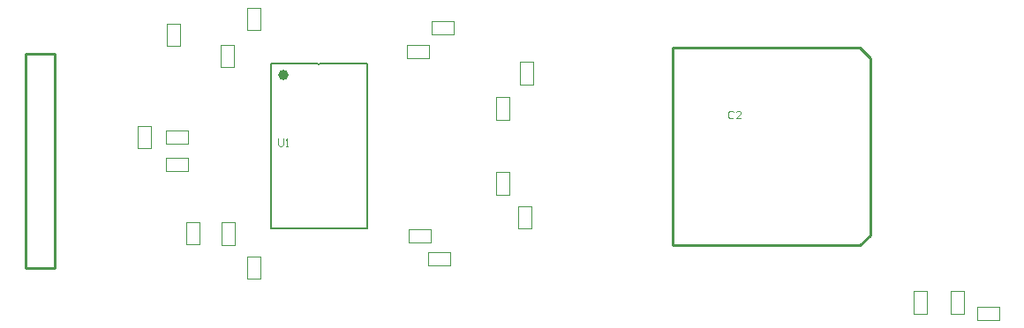
<source format=gbr>
%TF.GenerationSoftware,Altium Limited,Altium Designer,19.1.8 (144)*%
G04 Layer_Color=16711935*
%FSLAX26Y26*%
%MOIN*%
%TF.FileFunction,Other,Mechanical_13*%
%TF.Part,Single*%
G01*
G75*
%TA.AperFunction,NonConductor*%
%ADD41C,0.007874*%
%TA.AperFunction,OtherPad,Free Pad (1228.347mil,2041.338mil)*%
%ADD42C,0.039370*%
%TA.AperFunction,NonConductor*%
%ADD43C,0.010000*%
%ADD53C,0.003937*%
D41*
X1355955Y2086692D02*
G03*
X1368455Y2086692I6250J0D01*
G01*
X1544882D01*
Y1460747D02*
Y2086692D01*
X1179528D02*
X1355955D01*
X1179528Y1460747D02*
Y2086692D01*
Y1460747D02*
X1544882D01*
D42*
X1228347Y2041338D02*
D03*
D43*
X254921Y1313582D02*
Y2120668D01*
X365157D01*
Y1313582D02*
Y2120668D01*
X254921Y1313582D02*
X365157D01*
X2696851Y2145669D02*
X3070866D01*
X2696851Y1397638D02*
Y2145669D01*
Y1397638D02*
X3405512D01*
X3444882Y1437008D01*
Y2106299D01*
X3405512Y2145669D02*
X3444882Y2106299D01*
X3070866Y2145669D02*
X3405512D01*
D53*
X783465Y1782284D02*
Y1831890D01*
X868110Y1782284D02*
Y1831890D01*
X783465D02*
X868110D01*
X783465Y1782284D02*
X868110D01*
X676968Y1763780D02*
X726575D01*
X676968Y1848425D02*
X726575D01*
X676968Y1763780D02*
Y1848425D01*
X726575Y1763780D02*
Y1848425D01*
X3746851Y1139764D02*
X3796457D01*
X3746851Y1224410D02*
X3796457D01*
X3746851Y1139764D02*
Y1224410D01*
X3796457Y1139764D02*
Y1224410D01*
X1773623Y1321654D02*
X1858268D01*
X1773623Y1371260D02*
X1858268D01*
Y1321654D02*
Y1371260D01*
X1773623Y1321654D02*
Y1371260D01*
X994883Y1399605D02*
Y1484251D01*
X1044489Y1399605D02*
Y1484251D01*
X994883Y1399605D02*
X1044489D01*
X994883Y1484251D02*
X1044489D01*
X862008Y1401575D02*
Y1486220D01*
X911614Y1401575D02*
Y1486220D01*
X862008Y1401575D02*
X911614D01*
X862008Y1486220D02*
X911614D01*
X2114961Y1460632D02*
Y1545277D01*
X2164567Y1460632D02*
Y1545277D01*
X2114961Y1460632D02*
X2164567D01*
X2114961Y1545277D02*
X2164567D01*
X1699803Y1410236D02*
X1784449D01*
X1699803Y1459843D02*
X1784449D01*
Y1410236D02*
Y1459843D01*
X1699803Y1410236D02*
Y1459843D01*
X2079921Y1589567D02*
Y1674213D01*
X2030315Y1589567D02*
Y1674213D01*
X2079921D01*
X2030315Y1589567D02*
X2079921D01*
X783465Y1729527D02*
X868110D01*
X783465Y1679921D02*
X868110D01*
X783465D02*
Y1729527D01*
X868110Y1679921D02*
Y1729527D01*
X1140945Y1271654D02*
Y1356299D01*
X1091339Y1271654D02*
Y1356299D01*
X1140945D01*
X1091339Y1271654D02*
X1140945D01*
X2031299Y1873031D02*
Y1957677D01*
X2080905Y1873031D02*
Y1957677D01*
X2031299Y1873031D02*
X2080905D01*
X2031299Y1957677D02*
X2080905D01*
X1090355Y2210629D02*
Y2295275D01*
X1139961Y2210629D02*
Y2295275D01*
X1090355Y2210629D02*
X1139961D01*
X1090355Y2295275D02*
X1139961D01*
X2170472Y2005906D02*
Y2090551D01*
X2120866Y2005906D02*
Y2090551D01*
X2170472D01*
X2120866Y2005906D02*
X2170472D01*
X1692913Y2105118D02*
X1777559D01*
X1692913Y2154724D02*
X1777559D01*
Y2105118D02*
Y2154724D01*
X1692913Y2105118D02*
Y2154724D01*
X1787401Y2245276D02*
X1872046D01*
X1787401Y2195669D02*
X1872046D01*
X1787401D02*
Y2245276D01*
X1872046Y2195669D02*
Y2245276D01*
X990945Y2071850D02*
Y2156496D01*
X1040551Y2071850D02*
Y2156496D01*
X990945Y2071850D02*
X1040551D01*
X990945Y2156496D02*
X1040551D01*
X3846456Y1116929D02*
X3931102D01*
X3846456Y1166535D02*
X3931102D01*
Y1116929D02*
Y1166535D01*
X3846456Y1116929D02*
Y1166535D01*
X3658662Y1139762D02*
Y1224408D01*
X3609055Y1139762D02*
Y1224408D01*
X3658662D01*
X3609055Y1139762D02*
X3658662D01*
X788583Y2152362D02*
Y2237008D01*
X838189Y2152362D02*
Y2237008D01*
X788583Y2152362D02*
X838189D01*
X788583Y2237008D02*
X838189D01*
X1208662Y1801171D02*
Y1778213D01*
X1213254Y1773621D01*
X1222437D01*
X1227029Y1778213D01*
Y1801171D01*
X1236212Y1773621D02*
X1245395D01*
X1240804D01*
Y1801171D01*
X1236212Y1796580D01*
X2927816Y1900911D02*
X2923224Y1905503D01*
X2914041D01*
X2909449Y1900911D01*
Y1882544D01*
X2914041Y1877953D01*
X2923224D01*
X2927816Y1882544D01*
X2955366Y1877953D02*
X2936999D01*
X2955366Y1896320D01*
Y1900911D01*
X2950774Y1905503D01*
X2941591D01*
X2936999Y1900911D01*
%TF.MD5,c58167e79e83224fb67a53302b6bebed*%
M02*

</source>
